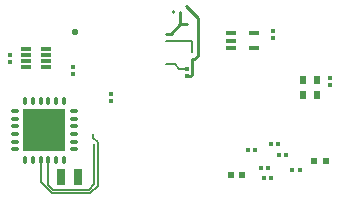
<source format=gtl>
%FSLAX24Y24*%
%MOIN*%
G70*
G01*
G75*
G04 Layer_Physical_Order=1*
G04 Layer_Color=255*
%ADD10R,0.0335X0.0157*%
%ADD11R,0.0118X0.0118*%
%ADD12R,0.0118X0.0118*%
%ADD13R,0.0295X0.0551*%
%ADD14R,0.0236X0.0197*%
%ADD15R,0.0354X0.0130*%
%ADD16R,0.0200X0.0250*%
%ADD17R,0.1437X0.1437*%
%ADD18O,0.0138X0.0315*%
%ADD19O,0.0315X0.0138*%
%ADD20C,0.0100*%
%ADD21C,0.0060*%
%ADD22C,0.0230*%
D10*
X41770Y34461D02*
D03*
Y34205D02*
D03*
Y33949D02*
D03*
X42518D02*
D03*
Y34461D02*
D03*
D11*
X43173Y34291D02*
D03*
Y34527D02*
D03*
X40306Y33030D02*
D03*
Y33266D02*
D03*
X36499Y33314D02*
D03*
Y33078D02*
D03*
X37766Y32196D02*
D03*
Y32432D02*
D03*
X45053Y32961D02*
D03*
Y32725D02*
D03*
X34392Y33721D02*
D03*
Y33485D02*
D03*
D12*
X43813Y29907D02*
D03*
X44049D02*
D03*
X42564Y30562D02*
D03*
X42328D02*
D03*
X43329Y30759D02*
D03*
X43092D02*
D03*
X43110Y29623D02*
D03*
X42874D02*
D03*
X43613Y30387D02*
D03*
X43376D02*
D03*
X43001Y29950D02*
D03*
X42765D02*
D03*
D13*
X36085Y29644D02*
D03*
X36656D02*
D03*
D14*
X44521Y30191D02*
D03*
X44915D02*
D03*
X41747Y29710D02*
D03*
X42140D02*
D03*
D15*
X35593Y33340D02*
D03*
Y33537D02*
D03*
Y33734D02*
D03*
Y33930D02*
D03*
X34924Y33340D02*
D03*
Y33537D02*
D03*
Y33734D02*
D03*
Y33931D02*
D03*
D16*
X44633Y32395D02*
D03*
Y32895D02*
D03*
X44173Y32395D02*
D03*
Y32895D02*
D03*
D17*
X35543Y31221D02*
D03*
D18*
X34904Y30237D02*
D03*
X35159D02*
D03*
X35415D02*
D03*
X35671D02*
D03*
X35927D02*
D03*
X36183D02*
D03*
Y32205D02*
D03*
X35927D02*
D03*
X35671D02*
D03*
X35415D02*
D03*
X35159D02*
D03*
X34904D02*
D03*
D19*
X36528Y30581D02*
D03*
Y30837D02*
D03*
Y31093D02*
D03*
Y31349D02*
D03*
Y31605D02*
D03*
Y31861D02*
D03*
X34559D02*
D03*
Y31605D02*
D03*
Y31349D02*
D03*
Y31093D02*
D03*
Y30837D02*
D03*
Y30581D02*
D03*
D20*
X40259Y35360D02*
X40462Y35157D01*
X40666Y34953D01*
X39841Y35162D02*
Y35199D01*
X40666Y33709D02*
Y34953D01*
X40538Y33581D02*
X40666Y33709D01*
X40475Y33581D02*
X40538D01*
X40475Y33080D02*
Y33581D01*
X40425Y33030D02*
X40475Y33080D01*
X40306Y33030D02*
X40425D01*
X40077Y34758D02*
X40079Y34756D01*
X40077Y34758D02*
Y35162D01*
X40079Y34756D02*
X40280D01*
X39757Y34433D02*
X40079Y34756D01*
X39600Y34433D02*
X39757D01*
D21*
X40475Y33817D02*
Y34148D01*
X40446Y34177D02*
X40475Y34148D01*
X39600Y34177D02*
X40446D01*
X40038Y33275D02*
X40297D01*
X39600Y33410D02*
X39903D01*
X40038Y33275D01*
X35671Y29405D02*
Y30237D01*
Y29405D02*
X35842Y29235D01*
X37028D01*
X37205Y29411D01*
Y30766D01*
X35415Y29491D02*
Y30237D01*
X35792Y29115D02*
X37078D01*
X37325Y29361D01*
Y30816D01*
X37314Y30827D02*
X37325Y30816D01*
X37314Y30827D02*
Y30827D01*
X35415Y29491D02*
X35792Y29115D01*
X37165Y30976D02*
X37314Y30827D01*
X37165Y30976D02*
Y31087D01*
D22*
X36570Y34490D02*
D03*
M02*

</source>
